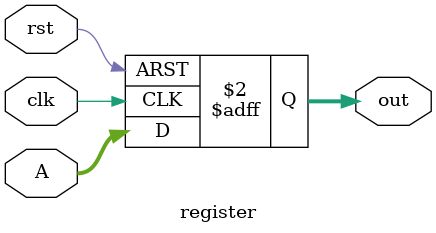
<source format=sv>
module register #(parameter n = 5) (input [n-1:0] A, input clk, 
												input rst, output reg [n-1:0] out);
												
	always_ff@(posedge clk, posedge rst)
		if(rst)
			out = {(n){1'b0}};
		else
			out = A;
	
endmodule 
</source>
